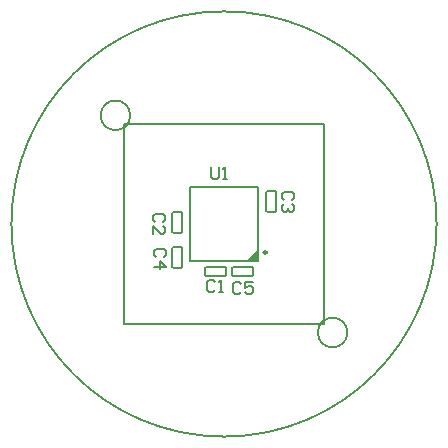
<source format=gto>
%FSLAX25Y25*%
%MOIN*%
G70*
G01*
G75*
%ADD10R,0.02362X0.02362*%
%ADD11R,0.02362X0.02362*%
%ADD12C,0.01142*%
%ADD13C,0.00500*%
%ADD14C,0.00600*%
%ADD15C,0.01200*%
%ADD16C,0.00800*%
%ADD17C,0.00250*%
%ADD18C,0.02756*%
%ADD19O,0.11024X0.07087*%
%ADD20C,0.02000*%
%ADD21C,0.01600*%
%ADD22R,0.01181X0.05906*%
%ADD23R,0.08661X0.12992*%
%ADD24C,0.00984*%
%ADD25C,0.00787*%
G36*
X11220Y-12402D02*
X7923D01*
X11220Y-9104D01*
Y-12402D01*
D02*
G37*
D13*
X33465Y-33465D02*
Y33465D01*
X-33465Y-33465D02*
X33465D01*
X-33465D02*
Y33465D01*
X33465D01*
X9318Y-17375D02*
X9712Y-16981D01*
X9712D01*
X9318Y-14225D02*
X9712Y-14619D01*
X9712D01*
X2625Y-16981D02*
X3019Y-17375D01*
X2625Y-16981D02*
X2625D01*
X2625Y-14619D02*
X3019Y-14225D01*
X2625Y-14619D02*
Y-14619D01*
X3019Y-14225D02*
X9318D01*
X9712Y-16981D02*
Y-14619D01*
X3019Y-17375D02*
X9318D01*
X2625Y-16981D02*
Y-14619D01*
X9318Y-17375D02*
Y-17375D01*
X16881Y11112D02*
X17275Y10718D01*
X16881Y11112D02*
Y11112D01*
X14125Y10718D02*
X14519Y11112D01*
Y11112D01*
X16881Y4025D02*
X17275Y4419D01*
X16881Y4025D02*
Y4025D01*
X14125Y4419D02*
X14519Y4025D01*
X14519D01*
X14125Y4419D02*
Y10718D01*
X14519Y11112D02*
X16881D01*
X17275Y4419D02*
Y10718D01*
X14519Y4025D02*
X16881D01*
X17275Y10718D02*
X17275D01*
X-14419Y-7688D02*
X-14025Y-8082D01*
X-14419Y-7688D02*
Y-7688D01*
X-17175Y-8082D02*
X-16781Y-7688D01*
Y-7688D01*
X-14419Y-14775D02*
X-14025Y-14381D01*
X-14419Y-14775D02*
Y-14775D01*
X-17175Y-14381D02*
X-16781Y-14775D01*
X-16781D01*
X-17175Y-14381D02*
Y-8082D01*
X-16781Y-7688D02*
X-14419D01*
X-14025Y-14381D02*
Y-8082D01*
X-16781Y-14775D02*
X-14419D01*
X-14025Y-8082D02*
X-14025D01*
X-17175Y-2618D02*
X-17175D01*
X-16781Y4075D02*
X-14419D01*
X-17175Y-2618D02*
Y3681D01*
X-16781Y-3012D02*
X-14419D01*
X-14025Y-2618D02*
Y3681D01*
X-14419Y4075D02*
X-14419D01*
X-14025Y3681D01*
X-16781Y4075D02*
Y4075D01*
X-17175Y3681D02*
X-16781Y4075D01*
X-14419Y-3012D02*
Y-3012D01*
X-14025Y-2618D01*
X-16781Y-3012D02*
Y-3012D01*
X-17175Y-2618D02*
X-16781Y-3012D01*
X-6018Y-14325D02*
Y-14325D01*
X675Y-17081D02*
Y-14719D01*
X-6018Y-14325D02*
X281D01*
X-6412Y-17081D02*
Y-14719D01*
X-6018Y-17475D02*
X281D01*
X675Y-17081D02*
Y-17081D01*
X281Y-17475D02*
X675Y-17081D01*
X675Y-14719D02*
X675D01*
X281Y-14325D02*
X675Y-14719D01*
X-6412Y-17081D02*
X-6412D01*
X-6018Y-17475D01*
X-6412Y-14719D02*
X-6412D01*
X-6018Y-14325D01*
X5666Y-19968D02*
X4999Y-19301D01*
X3666D01*
X3000Y-19968D01*
Y-22634D01*
X3666Y-23300D01*
X4999D01*
X5666Y-22634D01*
X9664Y-19301D02*
X6999D01*
Y-21301D01*
X8332Y-20634D01*
X8998D01*
X9664Y-21301D01*
Y-22634D01*
X8998Y-23300D01*
X7665D01*
X6999Y-22634D01*
X22632Y8034D02*
X23299Y8701D01*
Y10034D01*
X22632Y10700D01*
X19966D01*
X19300Y10034D01*
Y8701D01*
X19966Y8034D01*
X22632Y6701D02*
X23299Y6035D01*
Y4702D01*
X22632Y4036D01*
X21966D01*
X21299Y4702D01*
Y5368D01*
Y4702D01*
X20633Y4036D01*
X19966D01*
X19300Y4702D01*
Y6035D01*
X19966Y6701D01*
X-20068Y-11066D02*
X-19401Y-10399D01*
Y-9066D01*
X-20068Y-8400D01*
X-22734D01*
X-23400Y-9066D01*
Y-10399D01*
X-22734Y-11066D01*
X-23400Y-14398D02*
X-19401D01*
X-21401Y-12399D01*
Y-15065D01*
X-2934Y-19368D02*
X-3601Y-18701D01*
X-4934D01*
X-5600Y-19368D01*
Y-22034D01*
X-4934Y-22700D01*
X-3601D01*
X-2934Y-22034D01*
X-1601Y-22700D02*
X-268D01*
X-935D01*
Y-18701D01*
X-1601Y-19368D01*
X-20368Y734D02*
X-19701Y1401D01*
Y2733D01*
X-20368Y3400D01*
X-23033D01*
X-23700Y2733D01*
Y1401D01*
X-23033Y734D01*
X-23700Y-3264D02*
Y-599D01*
X-21034Y-3264D01*
X-20368D01*
X-19701Y-2598D01*
Y-1265D01*
X-20368Y-599D01*
X-4500Y18999D02*
Y15666D01*
X-3834Y15000D01*
X-2501D01*
X-1834Y15666D01*
Y18999D01*
X-501Y15000D02*
X832D01*
X165D01*
Y18999D01*
X-501Y18332D01*
X70866Y0D02*
G03*
X70866Y0I-70866J0D01*
G01*
X-31270Y36191D02*
G03*
X-31270Y36191I-4921J0D01*
G01*
X41111Y-36191D02*
G03*
X41111Y-36191I-4921J0D01*
G01*
D17*
X50235Y50110D02*
G03*
X50235Y50110I-125J0D01*
G01*
X125Y70866D02*
G03*
X125Y70866I-125J0D01*
G01*
X-49985Y50110D02*
G03*
X-49985Y50110I-125J0D01*
G01*
X-70741Y0D02*
G03*
X-70741Y0I-125J0D01*
G01*
X-49985Y-50110D02*
G03*
X-49985Y-50110I-125J0D01*
G01*
X125Y-70866D02*
G03*
X125Y-70866I-125J0D01*
G01*
X50235Y-50110D02*
G03*
X50235Y-50110I-125J0D01*
G01*
X70991Y0D02*
G03*
X70991Y0I-125J0D01*
G01*
D24*
X14272Y-9449D02*
G03*
X14272Y-9449I-492J0D01*
G01*
D25*
X7923Y-12402D02*
X11220Y-9104D01*
Y-12402D02*
Y12402D01*
X-11220Y-12402D02*
Y12402D01*
Y-12402D02*
X11220D01*
X-11220Y12402D02*
X11220D01*
M02*

</source>
